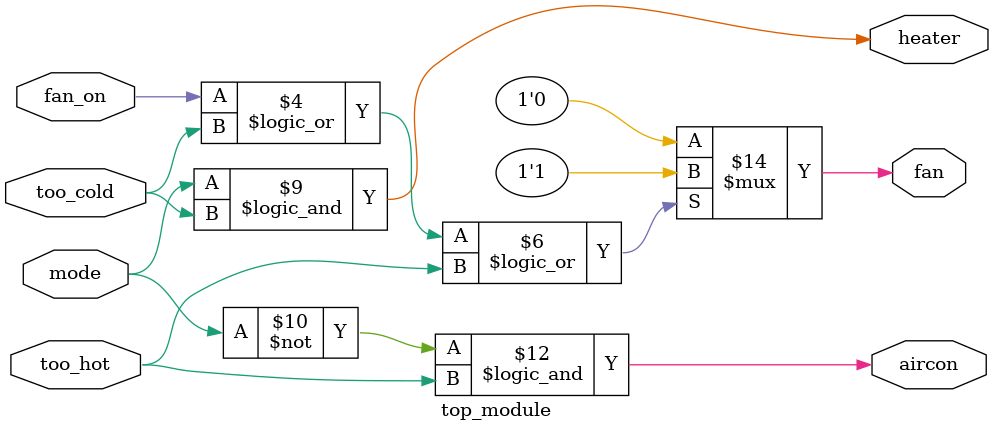
<source format=sv>
module top_module(
  input mode,
  input too_cold,
  input too_hot,
  input fan_on,
  output heater,
  output aircon,
  output fan
);

  reg fan;
  
  // Control the fan
  always @* begin
    if (fan_on == 1 || too_cold == 1 || too_hot == 1)
      fan = 1;
    else
      fan = 0;
  end
  
  // Control the heater
  assign heater = (mode == 1) && (too_cold == 1);
  
  // Control the air conditioner
  assign aircon = (mode == 0) && (too_hot == 1);
  
endmodule

</source>
